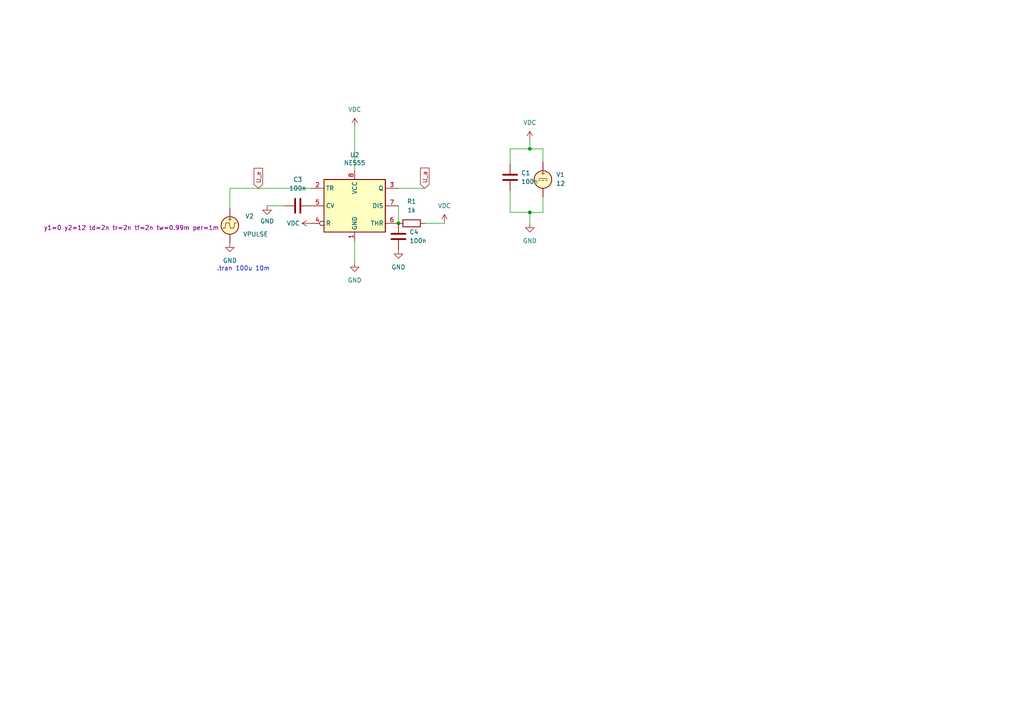
<source format=kicad_sch>
(kicad_sch (version 20230121) (generator eeschema)

  (uuid 3652442e-c47c-4625-901b-9962301a23bc)

  (paper "A4")

  (lib_symbols
    (symbol "Device:C" (pin_numbers hide) (pin_names (offset 0.254)) (in_bom yes) (on_board yes)
      (property "Reference" "C" (at 0.635 2.54 0)
        (effects (font (size 1.27 1.27)) (justify left))
      )
      (property "Value" "C" (at 0.635 -2.54 0)
        (effects (font (size 1.27 1.27)) (justify left))
      )
      (property "Footprint" "" (at 0.9652 -3.81 0)
        (effects (font (size 1.27 1.27)) hide)
      )
      (property "Datasheet" "~" (at 0 0 0)
        (effects (font (size 1.27 1.27)) hide)
      )
      (property "ki_keywords" "cap capacitor" (at 0 0 0)
        (effects (font (size 1.27 1.27)) hide)
      )
      (property "ki_description" "Unpolarized capacitor" (at 0 0 0)
        (effects (font (size 1.27 1.27)) hide)
      )
      (property "ki_fp_filters" "C_*" (at 0 0 0)
        (effects (font (size 1.27 1.27)) hide)
      )
      (symbol "C_0_1"
        (polyline
          (pts
            (xy -2.032 -0.762)
            (xy 2.032 -0.762)
          )
          (stroke (width 0.508) (type default))
          (fill (type none))
        )
        (polyline
          (pts
            (xy -2.032 0.762)
            (xy 2.032 0.762)
          )
          (stroke (width 0.508) (type default))
          (fill (type none))
        )
      )
      (symbol "C_1_1"
        (pin passive line (at 0 3.81 270) (length 2.794)
          (name "~" (effects (font (size 1.27 1.27))))
          (number "1" (effects (font (size 1.27 1.27))))
        )
        (pin passive line (at 0 -3.81 90) (length 2.794)
          (name "~" (effects (font (size 1.27 1.27))))
          (number "2" (effects (font (size 1.27 1.27))))
        )
      )
    )
    (symbol "Device:R" (pin_numbers hide) (pin_names (offset 0)) (in_bom yes) (on_board yes)
      (property "Reference" "R" (at 2.032 0 90)
        (effects (font (size 1.27 1.27)))
      )
      (property "Value" "R" (at 0 0 90)
        (effects (font (size 1.27 1.27)))
      )
      (property "Footprint" "" (at -1.778 0 90)
        (effects (font (size 1.27 1.27)) hide)
      )
      (property "Datasheet" "~" (at 0 0 0)
        (effects (font (size 1.27 1.27)) hide)
      )
      (property "ki_keywords" "R res resistor" (at 0 0 0)
        (effects (font (size 1.27 1.27)) hide)
      )
      (property "ki_description" "Resistor" (at 0 0 0)
        (effects (font (size 1.27 1.27)) hide)
      )
      (property "ki_fp_filters" "R_*" (at 0 0 0)
        (effects (font (size 1.27 1.27)) hide)
      )
      (symbol "R_0_1"
        (rectangle (start -1.016 -2.54) (end 1.016 2.54)
          (stroke (width 0.254) (type default))
          (fill (type none))
        )
      )
      (symbol "R_1_1"
        (pin passive line (at 0 3.81 270) (length 1.27)
          (name "~" (effects (font (size 1.27 1.27))))
          (number "1" (effects (font (size 1.27 1.27))))
        )
        (pin passive line (at 0 -3.81 90) (length 1.27)
          (name "~" (effects (font (size 1.27 1.27))))
          (number "2" (effects (font (size 1.27 1.27))))
        )
      )
    )
    (symbol "Simulation_SPICE:VDC" (pin_numbers hide) (pin_names (offset 0.0254)) (in_bom yes) (on_board yes)
      (property "Reference" "V" (at 2.54 2.54 0)
        (effects (font (size 1.27 1.27)) (justify left))
      )
      (property "Value" "1" (at 2.54 0 0)
        (effects (font (size 1.27 1.27)) (justify left))
      )
      (property "Footprint" "" (at 0 0 0)
        (effects (font (size 1.27 1.27)) hide)
      )
      (property "Datasheet" "~" (at 0 0 0)
        (effects (font (size 1.27 1.27)) hide)
      )
      (property "Sim.Pins" "1=+ 2=-" (at 0 0 0)
        (effects (font (size 1.27 1.27)) hide)
      )
      (property "Sim.Type" "DC" (at 0 0 0)
        (effects (font (size 1.27 1.27)) hide)
      )
      (property "Sim.Device" "V" (at 0 0 0)
        (effects (font (size 1.27 1.27)) (justify left) hide)
      )
      (property "ki_keywords" "simulation" (at 0 0 0)
        (effects (font (size 1.27 1.27)) hide)
      )
      (property "ki_description" "Voltage source, DC" (at 0 0 0)
        (effects (font (size 1.27 1.27)) hide)
      )
      (symbol "VDC_0_0"
        (polyline
          (pts
            (xy -1.27 0.254)
            (xy 1.27 0.254)
          )
          (stroke (width 0) (type default))
          (fill (type none))
        )
        (polyline
          (pts
            (xy -0.762 -0.254)
            (xy -1.27 -0.254)
          )
          (stroke (width 0) (type default))
          (fill (type none))
        )
        (polyline
          (pts
            (xy 0.254 -0.254)
            (xy -0.254 -0.254)
          )
          (stroke (width 0) (type default))
          (fill (type none))
        )
        (polyline
          (pts
            (xy 1.27 -0.254)
            (xy 0.762 -0.254)
          )
          (stroke (width 0) (type default))
          (fill (type none))
        )
        (text "+" (at 0 1.905 0)
          (effects (font (size 1.27 1.27)))
        )
      )
      (symbol "VDC_0_1"
        (circle (center 0 0) (radius 2.54)
          (stroke (width 0.254) (type default))
          (fill (type background))
        )
      )
      (symbol "VDC_1_1"
        (pin passive line (at 0 5.08 270) (length 2.54)
          (name "~" (effects (font (size 1.27 1.27))))
          (number "1" (effects (font (size 1.27 1.27))))
        )
        (pin passive line (at 0 -5.08 90) (length 2.54)
          (name "~" (effects (font (size 1.27 1.27))))
          (number "2" (effects (font (size 1.27 1.27))))
        )
      )
    )
    (symbol "Simulation_SPICE:VPULSE" (pin_numbers hide) (pin_names (offset 0.0254)) (in_bom yes) (on_board yes)
      (property "Reference" "V" (at 2.54 2.54 0)
        (effects (font (size 1.27 1.27)) (justify left))
      )
      (property "Value" "VPULSE" (at 2.54 0 0)
        (effects (font (size 1.27 1.27)) (justify left))
      )
      (property "Footprint" "" (at 0 0 0)
        (effects (font (size 1.27 1.27)) hide)
      )
      (property "Datasheet" "~" (at 0 0 0)
        (effects (font (size 1.27 1.27)) hide)
      )
      (property "Sim.Pins" "1=+ 2=-" (at 0 0 0)
        (effects (font (size 1.27 1.27)) hide)
      )
      (property "Sim.Type" "PULSE" (at 0 0 0)
        (effects (font (size 1.27 1.27)) hide)
      )
      (property "Sim.Device" "V" (at 0 0 0)
        (effects (font (size 1.27 1.27)) (justify left) hide)
      )
      (property "Sim.Params" "y1=0 y2=1 td=2n tr=2n tf=2n tw=50n per=100n" (at 2.54 -2.54 0)
        (effects (font (size 1.27 1.27)) (justify left))
      )
      (property "ki_keywords" "simulation" (at 0 0 0)
        (effects (font (size 1.27 1.27)) hide)
      )
      (property "ki_description" "Voltage source, pulse" (at 0 0 0)
        (effects (font (size 1.27 1.27)) hide)
      )
      (symbol "VPULSE_0_0"
        (polyline
          (pts
            (xy -2.032 -0.762)
            (xy -1.397 -0.762)
            (xy -1.143 0.762)
            (xy -0.127 0.762)
            (xy 0.127 -0.762)
            (xy 1.143 -0.762)
            (xy 1.397 0.762)
            (xy 2.032 0.762)
          )
          (stroke (width 0) (type default))
          (fill (type none))
        )
        (text "+" (at 0 1.905 0)
          (effects (font (size 1.27 1.27)))
        )
      )
      (symbol "VPULSE_0_1"
        (circle (center 0 0) (radius 2.54)
          (stroke (width 0.254) (type default))
          (fill (type background))
        )
      )
      (symbol "VPULSE_1_1"
        (pin passive line (at 0 5.08 270) (length 2.54)
          (name "~" (effects (font (size 1.27 1.27))))
          (number "1" (effects (font (size 1.27 1.27))))
        )
        (pin passive line (at 0 -5.08 90) (length 2.54)
          (name "~" (effects (font (size 1.27 1.27))))
          (number "2" (effects (font (size 1.27 1.27))))
        )
      )
    )
    (symbol "Timer:NE555" (in_bom yes) (on_board yes)
      (property "Reference" "U" (at -10.16 8.89 0)
        (effects (font (size 1.27 1.27)) (justify left))
      )
      (property "Value" "Timer_NE555" (at 2.54 8.89 0)
        (effects (font (size 1.27 1.27)) (justify left))
      )
      (property "Footprint" "" (at 0 0 0)
        (effects (font (size 1.27 1.27)) hide)
      )
      (property "Datasheet" "" (at 0 0 0)
        (effects (font (size 1.27 1.27)) hide)
      )
      (property "ki_fp_filters" "SOIC*3.9x4.9mm*P1.27mm* DIP*W7.62mm* TSSOP*3x3mm*P0.65mm*" (at 0 0 0)
        (effects (font (size 1.27 1.27)) hide)
      )
      (symbol "NE555_0_0"
        (pin power_in line (at 0 -10.16 90) (length 2.54)
          (name "GND" (effects (font (size 1.27 1.27))))
          (number "1" (effects (font (size 1.27 1.27))))
        )
        (pin power_in line (at 0 10.16 270) (length 2.54)
          (name "VCC" (effects (font (size 1.27 1.27))))
          (number "8" (effects (font (size 1.27 1.27))))
        )
      )
      (symbol "NE555_0_1"
        (rectangle (start -8.89 -7.62) (end 8.89 7.62)
          (stroke (width 0.254) (type solid))
          (fill (type background))
        )
        (rectangle (start -8.89 -7.62) (end 8.89 7.62)
          (stroke (width 0.254) (type solid))
          (fill (type background))
        )
      )
      (symbol "NE555_1_1"
        (pin input line (at -12.7 5.08 0) (length 3.81)
          (name "TR" (effects (font (size 1.27 1.27))))
          (number "2" (effects (font (size 1.27 1.27))))
        )
        (pin output line (at 12.7 5.08 180) (length 3.81)
          (name "Q" (effects (font (size 1.27 1.27))))
          (number "3" (effects (font (size 1.27 1.27))))
        )
        (pin input inverted (at -12.7 -5.08 0) (length 3.81)
          (name "R" (effects (font (size 1.27 1.27))))
          (number "4" (effects (font (size 1.27 1.27))))
        )
        (pin input line (at -12.7 0 0) (length 3.81)
          (name "CV" (effects (font (size 1.27 1.27))))
          (number "5" (effects (font (size 1.27 1.27))))
        )
        (pin input line (at 12.7 -5.08 180) (length 3.81)
          (name "THR" (effects (font (size 1.27 1.27))))
          (number "6" (effects (font (size 1.27 1.27))))
        )
        (pin input line (at 12.7 0 180) (length 3.81)
          (name "DIS" (effects (font (size 1.27 1.27))))
          (number "7" (effects (font (size 1.27 1.27))))
        )
      )
    )
    (symbol "power:GND" (power) (pin_names (offset 0)) (in_bom yes) (on_board yes)
      (property "Reference" "#PWR" (at 0 -6.35 0)
        (effects (font (size 1.27 1.27)) hide)
      )
      (property "Value" "GND" (at 0 -3.81 0)
        (effects (font (size 1.27 1.27)))
      )
      (property "Footprint" "" (at 0 0 0)
        (effects (font (size 1.27 1.27)) hide)
      )
      (property "Datasheet" "" (at 0 0 0)
        (effects (font (size 1.27 1.27)) hide)
      )
      (property "ki_keywords" "global power" (at 0 0 0)
        (effects (font (size 1.27 1.27)) hide)
      )
      (property "ki_description" "Power symbol creates a global label with name \"GND\" , ground" (at 0 0 0)
        (effects (font (size 1.27 1.27)) hide)
      )
      (symbol "GND_0_1"
        (polyline
          (pts
            (xy 0 0)
            (xy 0 -1.27)
            (xy 1.27 -1.27)
            (xy 0 -2.54)
            (xy -1.27 -1.27)
            (xy 0 -1.27)
          )
          (stroke (width 0) (type default))
          (fill (type none))
        )
      )
      (symbol "GND_1_1"
        (pin power_in line (at 0 0 270) (length 0) hide
          (name "GND" (effects (font (size 1.27 1.27))))
          (number "1" (effects (font (size 1.27 1.27))))
        )
      )
    )
    (symbol "power:VDC" (power) (pin_names (offset 0)) (in_bom yes) (on_board yes)
      (property "Reference" "#PWR" (at 0 -2.54 0)
        (effects (font (size 1.27 1.27)) hide)
      )
      (property "Value" "VDC" (at 0 6.35 0)
        (effects (font (size 1.27 1.27)))
      )
      (property "Footprint" "" (at 0 0 0)
        (effects (font (size 1.27 1.27)) hide)
      )
      (property "Datasheet" "" (at 0 0 0)
        (effects (font (size 1.27 1.27)) hide)
      )
      (property "ki_keywords" "global power" (at 0 0 0)
        (effects (font (size 1.27 1.27)) hide)
      )
      (property "ki_description" "Power symbol creates a global label with name \"VDC\"" (at 0 0 0)
        (effects (font (size 1.27 1.27)) hide)
      )
      (symbol "VDC_0_1"
        (polyline
          (pts
            (xy -0.762 1.27)
            (xy 0 2.54)
          )
          (stroke (width 0) (type default))
          (fill (type none))
        )
        (polyline
          (pts
            (xy 0 0)
            (xy 0 2.54)
          )
          (stroke (width 0) (type default))
          (fill (type none))
        )
        (polyline
          (pts
            (xy 0 2.54)
            (xy 0.762 1.27)
          )
          (stroke (width 0) (type default))
          (fill (type none))
        )
      )
      (symbol "VDC_1_1"
        (pin power_in line (at 0 0 90) (length 0) hide
          (name "VDC" (effects (font (size 1.27 1.27))))
          (number "1" (effects (font (size 1.27 1.27))))
        )
      )
    )
  )

  (junction (at 153.67 43.18) (diameter 0) (color 0 0 0 0)
    (uuid 6e8477c4-9a14-41e3-bf35-76362112a75b)
  )
  (junction (at 115.57 64.77) (diameter 0) (color 0 0 0 0)
    (uuid e447e55b-04a7-447e-994f-10ae70cd589b)
  )
  (junction (at 153.67 61.595) (diameter 0) (color 0 0 0 0)
    (uuid efa124ab-404d-4a43-9df9-eaed2f86024d)
  )

  (wire (pts (xy 102.87 36.83) (xy 102.87 49.53))
    (stroke (width 0) (type default))
    (uuid 152998fb-eae0-465f-a918-473829d078d0)
  )
  (wire (pts (xy 153.67 43.18) (xy 153.67 40.64))
    (stroke (width 0) (type default))
    (uuid 3726640d-26c3-4700-9436-eec2754cadf4)
  )
  (wire (pts (xy 153.67 64.77) (xy 153.67 61.595))
    (stroke (width 0) (type default))
    (uuid 39b1e3bb-6c9a-489b-af04-17b00405d6f8)
  )
  (wire (pts (xy 102.87 69.85) (xy 102.87 76.2))
    (stroke (width 0) (type default))
    (uuid 86d71005-ce58-484d-9cad-f4009abc1f68)
  )
  (wire (pts (xy 77.47 59.69) (xy 82.55 59.69))
    (stroke (width 0) (type default))
    (uuid 86e0fa32-5c8c-4178-bc11-e661d88edeb0)
  )
  (wire (pts (xy 157.48 61.595) (xy 157.48 57.15))
    (stroke (width 0) (type default))
    (uuid 934cee21-5047-445f-b72e-32dcaaf7ed41)
  )
  (wire (pts (xy 153.67 61.595) (xy 147.955 61.595))
    (stroke (width 0) (type default))
    (uuid 9616d0c1-9850-46b9-89ed-a704244f0db0)
  )
  (wire (pts (xy 153.67 61.595) (xy 157.48 61.595))
    (stroke (width 0) (type default))
    (uuid b1baba9e-f455-47e2-9163-db822e5010ff)
  )
  (wire (pts (xy 123.19 64.77) (xy 128.905 64.77))
    (stroke (width 0) (type default))
    (uuid b8191dbe-a87a-4c79-8c5c-347970d20d36)
  )
  (wire (pts (xy 115.57 54.61) (xy 123.19 54.61))
    (stroke (width 0) (type default))
    (uuid b81e77aa-fa23-41d0-add5-bb2a8dec17f8)
  )
  (wire (pts (xy 157.48 43.18) (xy 153.67 43.18))
    (stroke (width 0) (type default))
    (uuid b9989615-b48f-4395-a62e-627e6fca4b07)
  )
  (wire (pts (xy 147.955 43.18) (xy 153.67 43.18))
    (stroke (width 0) (type default))
    (uuid bd4071e5-576e-466e-b5df-6b03fa66c4fe)
  )
  (wire (pts (xy 147.955 47.625) (xy 147.955 43.18))
    (stroke (width 0) (type default))
    (uuid c790bcc3-310b-44bd-9446-1879f33ea30f)
  )
  (wire (pts (xy 66.675 54.61) (xy 90.17 54.61))
    (stroke (width 0) (type default))
    (uuid d2d785f7-22b0-46ad-b716-0a52fa35e3bc)
  )
  (wire (pts (xy 157.48 46.99) (xy 157.48 43.18))
    (stroke (width 0) (type default))
    (uuid d3ff7e7f-72b8-4364-87ed-87269c6f8a63)
  )
  (wire (pts (xy 147.955 61.595) (xy 147.955 55.245))
    (stroke (width 0) (type default))
    (uuid d9b57431-9e38-4917-84b8-492f90be8996)
  )
  (wire (pts (xy 66.675 60.325) (xy 66.675 54.61))
    (stroke (width 0) (type default))
    (uuid e6d9fa29-5e5d-4e5b-8dc9-9edbe0406593)
  )
  (wire (pts (xy 115.57 59.69) (xy 115.57 64.77))
    (stroke (width 0) (type default))
    (uuid ff157801-ff2e-4c9c-80cf-0da1f3d1e71a)
  )

  (text ".tran 100u 10m\n" (at 62.865 78.74 0)
    (effects (font (size 1.27 1.27)) (justify left bottom))
    (uuid 6facd439-ad4b-420f-9151-a923492a40ff)
  )

  (global_label "U_e" (shape input) (at 74.93 54.61 90) (fields_autoplaced)
    (effects (font (size 1.27 1.27)) (justify left))
    (uuid 6519f145-bc47-4208-84f8-dd0d0f938e92)
    (property "Intersheetrefs" "${INTERSHEET_REFS}" (at 74.93 48.2381 90)
      (effects (font (size 1.27 1.27)) (justify left) hide)
    )
  )
  (global_label "U_a" (shape input) (at 123.19 54.61 90) (fields_autoplaced)
    (effects (font (size 1.27 1.27)) (justify left))
    (uuid f4d3df72-0b7b-4a28-a24e-d2ddf0f17728)
    (property "Intersheetrefs" "${INTERSHEET_REFS}" (at 123.19 48.1777 90)
      (effects (font (size 1.27 1.27)) (justify left) hide)
    )
  )

  (symbol (lib_id "Device:C") (at 115.57 68.58 180) (unit 1)
    (in_bom yes) (on_board yes) (dnp no) (fields_autoplaced)
    (uuid 2e8f2567-24a4-4083-abc9-328f59317880)
    (property "Reference" "C4" (at 118.745 67.31 0)
      (effects (font (size 1.27 1.27)) (justify right))
    )
    (property "Value" "100n" (at 118.745 69.85 0)
      (effects (font (size 1.27 1.27)) (justify right))
    )
    (property "Footprint" "" (at 114.6048 64.77 0)
      (effects (font (size 1.27 1.27)) hide)
    )
    (property "Datasheet" "~" (at 115.57 68.58 0)
      (effects (font (size 1.27 1.27)) hide)
    )
    (pin "2" (uuid 25ab459f-8654-41fe-bc07-d96b0278bed7))
    (pin "1" (uuid f3189401-0cce-4e80-9861-a380eebf0ba7))
    (instances
      (project "NE555_monoflop"
        (path "/3652442e-c47c-4625-901b-9962301a23bc"
          (reference "C4") (unit 1)
        )
      )
    )
  )

  (symbol (lib_id "Device:R") (at 119.38 64.77 90) (unit 1)
    (in_bom yes) (on_board yes) (dnp no) (fields_autoplaced)
    (uuid 32174e56-f397-4f37-a15f-184d58170131)
    (property "Reference" "R1" (at 119.38 58.42 90)
      (effects (font (size 1.27 1.27)))
    )
    (property "Value" "1k" (at 119.38 60.96 90)
      (effects (font (size 1.27 1.27)))
    )
    (property "Footprint" "" (at 119.38 66.548 90)
      (effects (font (size 1.27 1.27)) hide)
    )
    (property "Datasheet" "~" (at 119.38 64.77 0)
      (effects (font (size 1.27 1.27)) hide)
    )
    (pin "1" (uuid 44a9518a-8ea3-4864-906e-39945484c103))
    (pin "2" (uuid ca130135-e951-493f-b958-b4b93b0cea23))
    (instances
      (project "NE555_monoflop"
        (path "/3652442e-c47c-4625-901b-9962301a23bc"
          (reference "R1") (unit 1)
        )
      )
    )
  )

  (symbol (lib_id "Simulation_SPICE:VDC") (at 157.48 52.07 0) (unit 1)
    (in_bom yes) (on_board yes) (dnp no) (fields_autoplaced)
    (uuid 401c3532-8195-48e9-ab31-87128018c123)
    (property "Reference" "V1" (at 161.29 50.6702 0)
      (effects (font (size 1.27 1.27)) (justify left))
    )
    (property "Value" "12" (at 161.29 53.2102 0)
      (effects (font (size 1.27 1.27)) (justify left))
    )
    (property "Footprint" "" (at 157.48 52.07 0)
      (effects (font (size 1.27 1.27)) hide)
    )
    (property "Datasheet" "~" (at 157.48 52.07 0)
      (effects (font (size 1.27 1.27)) hide)
    )
    (property "Sim.Pins" "1=+ 2=-" (at 157.48 52.07 0)
      (effects (font (size 1.27 1.27)) hide)
    )
    (property "Sim.Type" "DC" (at 157.48 52.07 0)
      (effects (font (size 1.27 1.27)) hide)
    )
    (property "Sim.Device" "V" (at 157.48 52.07 0)
      (effects (font (size 1.27 1.27)) (justify left) hide)
    )
    (pin "1" (uuid c514a6a9-7e08-4f66-8361-81c13e620a53))
    (pin "2" (uuid da4346b2-ad30-4084-a483-8e6937e1e384))
    (instances
      (project "NE555_monoflop"
        (path "/3652442e-c47c-4625-901b-9962301a23bc"
          (reference "V1") (unit 1)
        )
      )
    )
  )

  (symbol (lib_id "power:VDC") (at 102.87 36.83 0) (unit 1)
    (in_bom yes) (on_board yes) (dnp no) (fields_autoplaced)
    (uuid 45582099-fdcf-4070-b9c8-a111294387ee)
    (property "Reference" "#PWR01" (at 102.87 39.37 0)
      (effects (font (size 1.27 1.27)) hide)
    )
    (property "Value" "VDC" (at 102.87 31.75 0)
      (effects (font (size 1.27 1.27)))
    )
    (property "Footprint" "" (at 102.87 36.83 0)
      (effects (font (size 1.27 1.27)) hide)
    )
    (property "Datasheet" "" (at 102.87 36.83 0)
      (effects (font (size 1.27 1.27)) hide)
    )
    (pin "1" (uuid a23f0165-b0b4-49fd-918d-2fe6f5a5f46a))
    (instances
      (project "NE555_monoflop"
        (path "/3652442e-c47c-4625-901b-9962301a23bc"
          (reference "#PWR01") (unit 1)
        )
      )
    )
  )

  (symbol (lib_id "Device:C") (at 86.36 59.69 90) (unit 1)
    (in_bom yes) (on_board yes) (dnp no) (fields_autoplaced)
    (uuid 4bcc0828-d20f-4a83-bc6a-5208c9c905de)
    (property "Reference" "C3" (at 86.36 52.07 90)
      (effects (font (size 1.27 1.27)))
    )
    (property "Value" "100n" (at 86.36 54.61 90)
      (effects (font (size 1.27 1.27)))
    )
    (property "Footprint" "" (at 90.17 58.7248 0)
      (effects (font (size 1.27 1.27)) hide)
    )
    (property "Datasheet" "~" (at 86.36 59.69 0)
      (effects (font (size 1.27 1.27)) hide)
    )
    (pin "2" (uuid 1fdf7fcf-41d3-4989-8161-ae188db89a3e))
    (pin "1" (uuid 942147bc-ef08-4271-94be-5d40dec7b22a))
    (instances
      (project "NE555_monoflop"
        (path "/3652442e-c47c-4625-901b-9962301a23bc"
          (reference "C3") (unit 1)
        )
      )
    )
  )

  (symbol (lib_id "power:GND") (at 102.87 76.2 0) (unit 1)
    (in_bom yes) (on_board yes) (dnp no) (fields_autoplaced)
    (uuid 58c3476e-bc66-4180-9b0b-4bf7ac13baac)
    (property "Reference" "#PWR02" (at 102.87 82.55 0)
      (effects (font (size 1.27 1.27)) hide)
    )
    (property "Value" "GND" (at 102.87 81.28 0)
      (effects (font (size 1.27 1.27)))
    )
    (property "Footprint" "" (at 102.87 76.2 0)
      (effects (font (size 1.27 1.27)) hide)
    )
    (property "Datasheet" "" (at 102.87 76.2 0)
      (effects (font (size 1.27 1.27)) hide)
    )
    (pin "1" (uuid f7c4af01-652c-4058-9130-a8974611817d))
    (instances
      (project "NE555_monoflop"
        (path "/3652442e-c47c-4625-901b-9962301a23bc"
          (reference "#PWR02") (unit 1)
        )
      )
    )
  )

  (symbol (lib_id "Timer:NE555") (at 102.87 59.69 0) (unit 1)
    (in_bom yes) (on_board yes) (dnp no)
    (uuid 8bd40aef-cb7c-483d-94bd-aee4b6813671)
    (property "Reference" "U2" (at 102.87 44.9326 0)
      (effects (font (size 1.27 1.27)))
    )
    (property "Value" "NE555" (at 102.87 47.244 0)
      (effects (font (size 1.27 1.27)))
    )
    (property "Footprint" "" (at 102.87 59.69 0)
      (effects (font (size 1.27 1.27)) hide)
    )
    (property "Datasheet" "http://www.ti.com/lit/ds/symlink/ne555.pdf" (at 102.87 59.69 0)
      (effects (font (size 1.27 1.27)) hide)
    )
    (property "Spice_Primitive" "X" (at 102.87 59.69 0)
      (effects (font (size 1.27 1.27)) hide)
    )
    (property "Spice_Model" "NE555" (at 102.87 59.69 0)
      (effects (font (size 1.27 1.27)) hide)
    )
    (property "Spice_Netlist_Enabled" "Y" (at 102.87 59.69 0)
      (effects (font (size 1.27 1.27)) hide)
    )
    (property "Spice_Lib_File" "NE555.lib" (at 102.87 59.69 0)
      (effects (font (size 1.27 1.27)) hide)
    )
    (property "Sim.Library" "NE555.lib" (at 102.87 59.69 0)
      (effects (font (size 1.27 1.27)) hide)
    )
    (property "Sim.Name" "NE555" (at 102.87 59.69 0)
      (effects (font (size 1.27 1.27)) hide)
    )
    (property "Sim.Device" "SUBCKT" (at 102.87 59.69 0)
      (effects (font (size 1.27 1.27)) hide)
    )
    (property "Sim.Pins" "1=1 2=2 3=3 4=4 5=5 6=6 7=7 8=8" (at 102.87 59.69 0)
      (effects (font (size 1.27 1.27)) hide)
    )
    (pin "2" (uuid 7066ed15-a33c-449e-ae84-38a0018e43d6))
    (pin "1" (uuid 528f5811-c707-4dca-bfe4-f2a8e67ec241))
    (pin "6" (uuid 117a713c-816d-465a-b24c-a061b99856b7))
    (pin "7" (uuid 921011fe-a247-449f-88ab-791188181ea6))
    (pin "3" (uuid 2e6310c7-4b4c-4f47-9559-e867a4dcfd87))
    (pin "8" (uuid d6ed354b-7171-4654-993a-3ce79ec7d9c0))
    (pin "4" (uuid a0049385-60b3-4b83-aee0-edecaa3204e5))
    (pin "5" (uuid f024c32f-d4dc-43f3-bac5-fba2a35ba1fa))
    (instances
      (project "NE555_monoflop"
        (path "/3652442e-c47c-4625-901b-9962301a23bc"
          (reference "U2") (unit 1)
        )
      )
    )
  )

  (symbol (lib_id "power:VDC") (at 128.905 64.77 0) (unit 1)
    (in_bom yes) (on_board yes) (dnp no) (fields_autoplaced)
    (uuid 9b218a39-bf50-4483-a75b-0131065388fc)
    (property "Reference" "#PWR09" (at 128.905 67.31 0)
      (effects (font (size 1.27 1.27)) hide)
    )
    (property "Value" "VDC" (at 128.905 59.69 0)
      (effects (font (size 1.27 1.27)))
    )
    (property "Footprint" "" (at 128.905 64.77 0)
      (effects (font (size 1.27 1.27)) hide)
    )
    (property "Datasheet" "" (at 128.905 64.77 0)
      (effects (font (size 1.27 1.27)) hide)
    )
    (pin "1" (uuid bec66749-22e9-4ecc-8fb6-227b33c5fefd))
    (instances
      (project "NE555_monoflop"
        (path "/3652442e-c47c-4625-901b-9962301a23bc"
          (reference "#PWR09") (unit 1)
        )
      )
    )
  )

  (symbol (lib_id "power:VDC") (at 153.67 40.64 0) (unit 1)
    (in_bom yes) (on_board yes) (dnp no) (fields_autoplaced)
    (uuid a97494d6-f944-496d-b717-25267ffcf0c6)
    (property "Reference" "#PWR06" (at 153.67 43.18 0)
      (effects (font (size 1.27 1.27)) hide)
    )
    (property "Value" "VDC" (at 153.67 35.56 0)
      (effects (font (size 1.27 1.27)))
    )
    (property "Footprint" "" (at 153.67 40.64 0)
      (effects (font (size 1.27 1.27)) hide)
    )
    (property "Datasheet" "" (at 153.67 40.64 0)
      (effects (font (size 1.27 1.27)) hide)
    )
    (pin "1" (uuid 8abcf453-9599-42a2-a1d8-af43caba7a54))
    (instances
      (project "NE555_monoflop"
        (path "/3652442e-c47c-4625-901b-9962301a23bc"
          (reference "#PWR06") (unit 1)
        )
      )
    )
  )

  (symbol (lib_id "power:GND") (at 115.57 72.39 0) (unit 1)
    (in_bom yes) (on_board yes) (dnp no) (fields_autoplaced)
    (uuid b23e066d-3363-4eb8-a087-550b6afca9b1)
    (property "Reference" "#PWR08" (at 115.57 78.74 0)
      (effects (font (size 1.27 1.27)) hide)
    )
    (property "Value" "GND" (at 115.57 77.47 0)
      (effects (font (size 1.27 1.27)))
    )
    (property "Footprint" "" (at 115.57 72.39 0)
      (effects (font (size 1.27 1.27)) hide)
    )
    (property "Datasheet" "" (at 115.57 72.39 0)
      (effects (font (size 1.27 1.27)) hide)
    )
    (pin "1" (uuid ab014091-88b0-4e32-a69b-d08c5049f2d4))
    (instances
      (project "NE555_monoflop"
        (path "/3652442e-c47c-4625-901b-9962301a23bc"
          (reference "#PWR08") (unit 1)
        )
      )
    )
  )

  (symbol (lib_id "Device:C") (at 147.955 51.435 0) (unit 1)
    (in_bom yes) (on_board yes) (dnp no) (fields_autoplaced)
    (uuid b2eda665-bf47-413a-9bed-d5bac22f3e43)
    (property "Reference" "C1" (at 151.13 50.165 0)
      (effects (font (size 1.27 1.27)) (justify left))
    )
    (property "Value" "100n" (at 151.13 52.705 0)
      (effects (font (size 1.27 1.27)) (justify left))
    )
    (property "Footprint" "" (at 148.9202 55.245 0)
      (effects (font (size 1.27 1.27)) hide)
    )
    (property "Datasheet" "~" (at 147.955 51.435 0)
      (effects (font (size 1.27 1.27)) hide)
    )
    (pin "2" (uuid 2256a886-92e7-45f7-9b4b-a44e1dd5a010))
    (pin "1" (uuid fe8ca0e5-eb31-40e4-970c-8919ebe9e44a))
    (instances
      (project "NE555_monoflop"
        (path "/3652442e-c47c-4625-901b-9962301a23bc"
          (reference "C1") (unit 1)
        )
      )
    )
  )

  (symbol (lib_id "power:GND") (at 77.47 59.69 0) (unit 1)
    (in_bom yes) (on_board yes) (dnp no) (fields_autoplaced)
    (uuid bcb7bfc9-6f36-4ef8-86c5-a5ddda9de8f2)
    (property "Reference" "#PWR05" (at 77.47 66.04 0)
      (effects (font (size 1.27 1.27)) hide)
    )
    (property "Value" "GND" (at 77.47 64.135 0)
      (effects (font (size 1.27 1.27)))
    )
    (property "Footprint" "" (at 77.47 59.69 0)
      (effects (font (size 1.27 1.27)) hide)
    )
    (property "Datasheet" "" (at 77.47 59.69 0)
      (effects (font (size 1.27 1.27)) hide)
    )
    (pin "1" (uuid 0fde6279-5418-4427-9e97-56a6cd31caf6))
    (instances
      (project "NE555_monoflop"
        (path "/3652442e-c47c-4625-901b-9962301a23bc"
          (reference "#PWR05") (unit 1)
        )
      )
    )
  )

  (symbol (lib_id "power:GND") (at 153.67 64.77 0) (unit 1)
    (in_bom yes) (on_board yes) (dnp no) (fields_autoplaced)
    (uuid e4857745-318b-42ca-a1ce-f5b2b7261e8b)
    (property "Reference" "#PWR07" (at 153.67 71.12 0)
      (effects (font (size 1.27 1.27)) hide)
    )
    (property "Value" "GND" (at 153.67 69.85 0)
      (effects (font (size 1.27 1.27)))
    )
    (property "Footprint" "" (at 153.67 64.77 0)
      (effects (font (size 1.27 1.27)) hide)
    )
    (property "Datasheet" "" (at 153.67 64.77 0)
      (effects (font (size 1.27 1.27)) hide)
    )
    (pin "1" (uuid 29200dda-eadc-45dd-9a16-a68bdd4bd62a))
    (instances
      (project "NE555_monoflop"
        (path "/3652442e-c47c-4625-901b-9962301a23bc"
          (reference "#PWR07") (unit 1)
        )
      )
    )
  )

  (symbol (lib_id "power:VDC") (at 90.17 64.77 90) (unit 1)
    (in_bom yes) (on_board yes) (dnp no) (fields_autoplaced)
    (uuid e8e0f83f-3092-4742-8530-774fe4db18bd)
    (property "Reference" "#PWR04" (at 92.71 64.77 0)
      (effects (font (size 1.27 1.27)) hide)
    )
    (property "Value" "VDC" (at 86.995 64.77 90)
      (effects (font (size 1.27 1.27)) (justify left))
    )
    (property "Footprint" "" (at 90.17 64.77 0)
      (effects (font (size 1.27 1.27)) hide)
    )
    (property "Datasheet" "" (at 90.17 64.77 0)
      (effects (font (size 1.27 1.27)) hide)
    )
    (pin "1" (uuid df98e65c-d205-4ed3-bb07-df3bc36e1fd9))
    (instances
      (project "NE555_monoflop"
        (path "/3652442e-c47c-4625-901b-9962301a23bc"
          (reference "#PWR04") (unit 1)
        )
      )
    )
  )

  (symbol (lib_id "power:GND") (at 66.675 70.485 0) (unit 1)
    (in_bom yes) (on_board yes) (dnp no) (fields_autoplaced)
    (uuid f8584f9f-6693-4de6-bd45-75caec55d9f6)
    (property "Reference" "#PWR03" (at 66.675 76.835 0)
      (effects (font (size 1.27 1.27)) hide)
    )
    (property "Value" "GND" (at 66.675 75.565 0)
      (effects (font (size 1.27 1.27)))
    )
    (property "Footprint" "" (at 66.675 70.485 0)
      (effects (font (size 1.27 1.27)) hide)
    )
    (property "Datasheet" "" (at 66.675 70.485 0)
      (effects (font (size 1.27 1.27)) hide)
    )
    (pin "1" (uuid ab7c8c6f-e109-41c7-b206-42ebed79b5e0))
    (instances
      (project "NE555_monoflop"
        (path "/3652442e-c47c-4625-901b-9962301a23bc"
          (reference "#PWR03") (unit 1)
        )
      )
    )
  )

  (symbol (lib_id "Simulation_SPICE:VPULSE") (at 66.675 65.405 0) (unit 1)
    (in_bom yes) (on_board yes) (dnp no)
    (uuid fd490937-da99-4fe8-9915-db7e5de9b3a3)
    (property "Reference" "V2" (at 71.12 62.7352 0)
      (effects (font (size 1.27 1.27)) (justify left))
    )
    (property "Value" "VPULSE" (at 70.485 67.945 0)
      (effects (font (size 1.27 1.27)) (justify left))
    )
    (property "Footprint" "" (at 66.675 65.405 0)
      (effects (font (size 1.27 1.27)) hide)
    )
    (property "Datasheet" "~" (at 66.675 65.405 0)
      (effects (font (size 1.27 1.27)) hide)
    )
    (property "Sim.Pins" "1=+ 2=-" (at 66.675 65.405 0)
      (effects (font (size 1.27 1.27)) hide)
    )
    (property "Sim.Type" "PULSE" (at 66.675 65.405 0)
      (effects (font (size 1.27 1.27)) hide)
    )
    (property "Sim.Device" "V" (at 66.675 65.405 0)
      (effects (font (size 1.27 1.27)) (justify left) hide)
    )
    (property "Sim.Params" "y1=0 y2=12 td=2n tr=2n tf=2n tw=0.99m per=1m" (at 12.7 66.04 0)
      (effects (font (size 1.27 1.27)) (justify left))
    )
    (pin "2" (uuid 6d189d1b-d4a4-4402-a127-44dba43d0cfe))
    (pin "1" (uuid 6099eff0-bc70-45f1-b4e7-ed4d855d5f5c))
    (instances
      (project "NE555_monoflop"
        (path "/3652442e-c47c-4625-901b-9962301a23bc"
          (reference "V2") (unit 1)
        )
      )
    )
  )

  (sheet_instances
    (path "/" (page "1"))
  )
)

</source>
